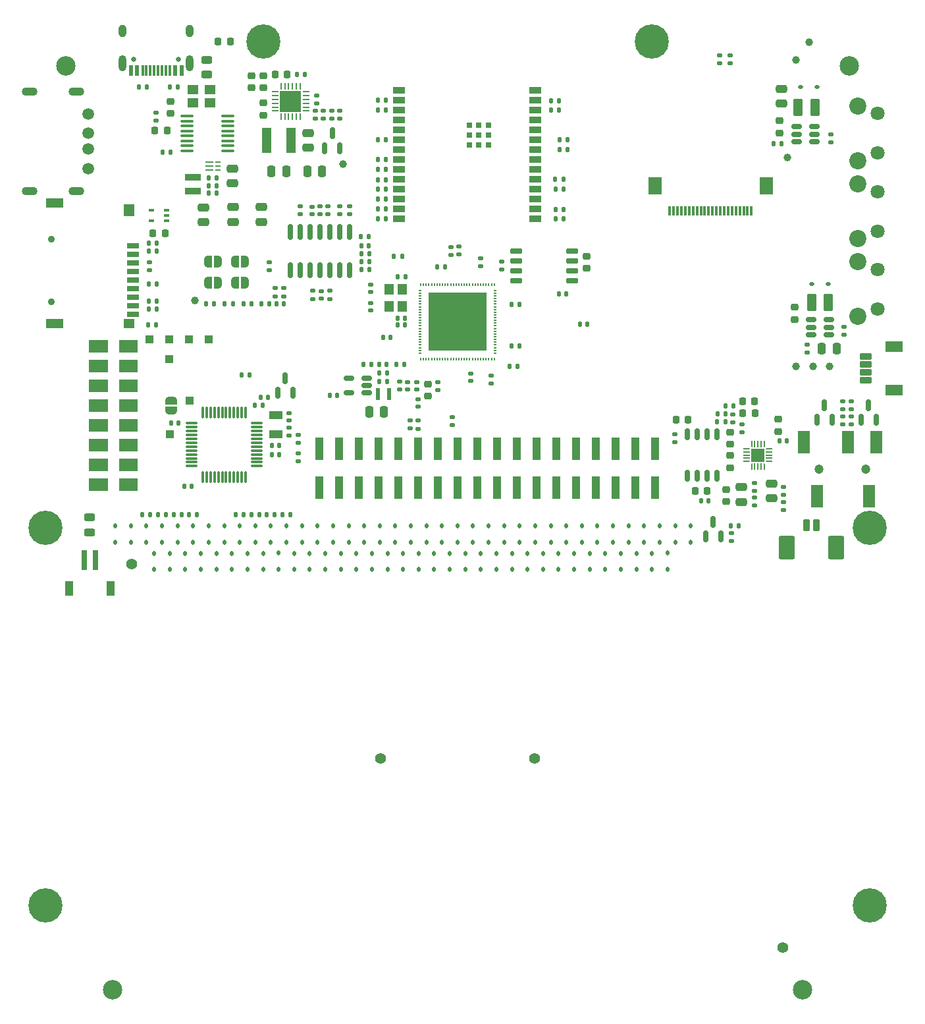
<source format=gbr>
%TF.GenerationSoftware,KiCad,Pcbnew,8.0.2*%
%TF.CreationDate,2024-05-22T21:58:48+02:00*%
%TF.ProjectId,why2025,77687932-3032-4352-9e6b-696361645f70,rev?*%
%TF.SameCoordinates,Original*%
%TF.FileFunction,Soldermask,Bot*%
%TF.FilePolarity,Negative*%
%FSLAX46Y46*%
G04 Gerber Fmt 4.6, Leading zero omitted, Abs format (unit mm)*
G04 Created by KiCad (PCBNEW 8.0.2) date 2024-05-22 21:58:48*
%MOMM*%
%LPD*%
G01*
G04 APERTURE LIST*
G04 Aperture macros list*
%AMRoundRect*
0 Rectangle with rounded corners*
0 $1 Rounding radius*
0 $2 $3 $4 $5 $6 $7 $8 $9 X,Y pos of 4 corners*
0 Add a 4 corners polygon primitive as box body*
4,1,4,$2,$3,$4,$5,$6,$7,$8,$9,$2,$3,0*
0 Add four circle primitives for the rounded corners*
1,1,$1+$1,$2,$3*
1,1,$1+$1,$4,$5*
1,1,$1+$1,$6,$7*
1,1,$1+$1,$8,$9*
0 Add four rect primitives between the rounded corners*
20,1,$1+$1,$2,$3,$4,$5,0*
20,1,$1+$1,$4,$5,$6,$7,0*
20,1,$1+$1,$6,$7,$8,$9,0*
20,1,$1+$1,$8,$9,$2,$3,0*%
%AMFreePoly0*
4,1,19,0.500000,-0.750000,0.000000,-0.750000,0.000000,-0.744911,-0.071157,-0.744911,-0.207708,-0.704816,-0.327430,-0.627875,-0.420627,-0.520320,-0.479746,-0.390866,-0.500000,-0.250000,-0.500000,0.250000,-0.479746,0.390866,-0.420627,0.520320,-0.327430,0.627875,-0.207708,0.704816,-0.071157,0.744911,0.000000,0.744911,0.000000,0.750000,0.500000,0.750000,0.500000,-0.750000,0.500000,-0.750000,
$1*%
%AMFreePoly1*
4,1,19,0.000000,0.744911,0.071157,0.744911,0.207708,0.704816,0.327430,0.627875,0.420627,0.520320,0.479746,0.390866,0.500000,0.250000,0.500000,-0.250000,0.479746,-0.390866,0.420627,-0.520320,0.327430,-0.627875,0.207708,-0.704816,0.071157,-0.744911,0.000000,-0.744911,0.000000,-0.750000,-0.500000,-0.750000,-0.500000,0.750000,0.000000,0.750000,0.000000,0.744911,0.000000,0.744911,
$1*%
%AMFreePoly2*
4,1,14,0.385355,0.085355,0.400000,0.050000,0.400000,0.000711,0.385355,-0.034644,0.334644,-0.085355,0.299289,-0.100000,-0.350000,-0.100000,-0.385355,-0.085355,-0.400000,-0.050000,-0.400000,0.050000,-0.385355,0.085355,-0.350000,0.100000,0.350000,0.100000,0.385355,0.085355,0.385355,0.085355,$1*%
%AMFreePoly3*
4,1,14,0.334644,0.085355,0.385355,0.034644,0.400000,-0.000711,0.400000,-0.050000,0.385355,-0.085355,0.350000,-0.100000,-0.350000,-0.100000,-0.385355,-0.085355,-0.400000,-0.050000,-0.400000,0.050000,-0.385355,0.085355,-0.350000,0.100000,0.299289,0.100000,0.334644,0.085355,0.334644,0.085355,$1*%
%AMFreePoly4*
4,1,14,0.085355,0.385355,0.100000,0.350000,0.100000,-0.350000,0.085355,-0.385355,0.050000,-0.400000,0.000711,-0.400000,-0.034644,-0.385355,-0.085355,-0.334644,-0.100000,-0.299289,-0.100000,0.350000,-0.085355,0.385355,-0.050000,0.400000,0.050000,0.400000,0.085355,0.385355,0.085355,0.385355,$1*%
%AMFreePoly5*
4,1,14,0.085355,0.385355,0.100000,0.350000,0.100000,-0.299289,0.085355,-0.334644,0.034644,-0.385355,-0.000711,-0.400000,-0.050000,-0.400000,-0.085355,-0.385355,-0.100000,-0.350000,-0.100000,0.350000,-0.085355,0.385355,-0.050000,0.400000,0.050000,0.400000,0.085355,0.385355,0.085355,0.385355,$1*%
%AMFreePoly6*
4,1,14,0.385355,0.085355,0.400000,0.050000,0.400000,-0.050000,0.385355,-0.085355,0.350000,-0.100000,-0.350000,-0.100000,-0.385355,-0.085355,-0.400000,-0.050000,-0.400000,-0.000711,-0.385355,0.034644,-0.334644,0.085355,-0.299289,0.100000,0.350000,0.100000,0.385355,0.085355,0.385355,0.085355,$1*%
%AMFreePoly7*
4,1,14,0.385355,0.085355,0.400000,0.050000,0.400000,-0.050000,0.385355,-0.085355,0.350000,-0.100000,-0.299289,-0.100000,-0.334644,-0.085355,-0.385355,-0.034644,-0.400000,0.000711,-0.400000,0.050000,-0.385355,0.085355,-0.350000,0.100000,0.350000,0.100000,0.385355,0.085355,0.385355,0.085355,$1*%
%AMFreePoly8*
4,1,14,0.034644,0.385355,0.085355,0.334644,0.100000,0.299289,0.100000,-0.350000,0.085355,-0.385355,0.050000,-0.400000,-0.050000,-0.400000,-0.085355,-0.385355,-0.100000,-0.350000,-0.100000,0.350000,-0.085355,0.385355,-0.050000,0.400000,-0.000711,0.400000,0.034644,0.385355,0.034644,0.385355,$1*%
%AMFreePoly9*
4,1,14,0.085355,0.385355,0.100000,0.350000,0.100000,-0.350000,0.085355,-0.385355,0.050000,-0.400000,-0.050000,-0.400000,-0.085355,-0.385355,-0.100000,-0.350000,-0.100000,0.299289,-0.085355,0.334644,-0.034644,0.385355,0.000711,0.400000,0.050000,0.400000,0.085355,0.385355,0.085355,0.385355,$1*%
G04 Aperture macros list end*
%ADD10C,0.010000*%
%ADD11R,1.000000X1.000000*%
%ADD12RoundRect,0.135000X-0.135000X-0.185000X0.135000X-0.185000X0.135000X0.185000X-0.135000X0.185000X0*%
%ADD13C,2.500000*%
%ADD14C,0.700000*%
%ADD15C,4.400000*%
%ADD16C,1.400000*%
%ADD17RoundRect,0.135000X0.185000X-0.135000X0.185000X0.135000X-0.185000X0.135000X-0.185000X-0.135000X0*%
%ADD18RoundRect,0.135000X-0.185000X0.135000X-0.185000X-0.135000X0.185000X-0.135000X0.185000X0.135000X0*%
%ADD19RoundRect,0.140000X-0.140000X-0.170000X0.140000X-0.170000X0.140000X0.170000X-0.140000X0.170000X0*%
%ADD20RoundRect,0.135000X0.135000X0.185000X-0.135000X0.185000X-0.135000X-0.185000X0.135000X-0.185000X0*%
%ADD21RoundRect,0.112500X-0.112500X0.187500X-0.112500X-0.187500X0.112500X-0.187500X0.112500X0.187500X0*%
%ADD22FreePoly0,180.000000*%
%ADD23FreePoly1,180.000000*%
%ADD24RoundRect,0.100000X0.225000X0.100000X-0.225000X0.100000X-0.225000X-0.100000X0.225000X-0.100000X0*%
%ADD25RoundRect,0.225000X-0.250000X0.225000X-0.250000X-0.225000X0.250000X-0.225000X0.250000X0.225000X0*%
%ADD26RoundRect,0.140000X0.140000X0.170000X-0.140000X0.170000X-0.140000X-0.170000X0.140000X-0.170000X0*%
%ADD27RoundRect,0.150000X0.512500X0.150000X-0.512500X0.150000X-0.512500X-0.150000X0.512500X-0.150000X0*%
%ADD28RoundRect,0.140000X0.170000X-0.140000X0.170000X0.140000X-0.170000X0.140000X-0.170000X-0.140000X0*%
%ADD29C,1.200000*%
%ADD30R,1.500000X3.000000*%
%ADD31RoundRect,0.250000X0.250000X0.475000X-0.250000X0.475000X-0.250000X-0.475000X0.250000X-0.475000X0*%
%ADD32RoundRect,0.225000X0.250000X-0.225000X0.250000X0.225000X-0.250000X0.225000X-0.250000X-0.225000X0*%
%ADD33RoundRect,0.140000X-0.170000X0.140000X-0.170000X-0.140000X0.170000X-0.140000X0.170000X0.140000X0*%
%ADD34RoundRect,0.101600X-0.674370X0.299720X-0.674370X-0.299720X0.674370X-0.299720X0.674370X0.299720X0*%
%ADD35RoundRect,0.101600X-0.999490X0.599440X-0.999490X-0.599440X0.999490X-0.599440X0.999490X0.599440X0*%
%ADD36RoundRect,0.225000X-0.225000X-0.250000X0.225000X-0.250000X0.225000X0.250000X-0.225000X0.250000X0*%
%ADD37RoundRect,0.150000X-0.150000X0.625000X-0.150000X-0.625000X0.150000X-0.625000X0.150000X0.625000X0*%
%ADD38R,1.400000X1.200000*%
%ADD39RoundRect,0.075000X0.662500X0.075000X-0.662500X0.075000X-0.662500X-0.075000X0.662500X-0.075000X0*%
%ADD40RoundRect,0.075000X0.075000X0.662500X-0.075000X0.662500X-0.075000X-0.662500X0.075000X-0.662500X0*%
%ADD41RoundRect,0.150000X0.150000X-0.587500X0.150000X0.587500X-0.150000X0.587500X-0.150000X-0.587500X0*%
%ADD42RoundRect,0.137500X-0.137500X-0.662500X0.137500X-0.662500X0.137500X0.662500X-0.137500X0.662500X0*%
%ADD43RoundRect,0.250000X-0.475000X0.250000X-0.475000X-0.250000X0.475000X-0.250000X0.475000X0.250000X0*%
%ADD44R,0.700000X2.500000*%
%ADD45R,1.100000X1.900000*%
%ADD46RoundRect,0.250000X-0.250000X-0.475000X0.250000X-0.475000X0.250000X0.475000X-0.250000X0.475000X0*%
%ADD47RoundRect,0.112500X-0.187500X-0.112500X0.187500X-0.112500X0.187500X0.112500X-0.187500X0.112500X0*%
%ADD48R,1.000000X3.000000*%
%ADD49R,1.200000X1.400000*%
%ADD50RoundRect,0.218750X-0.218750X-0.256250X0.218750X-0.256250X0.218750X0.256250X-0.218750X0.256250X0*%
%ADD51C,0.650000*%
%ADD52R,0.600000X1.450000*%
%ADD53R,0.300000X1.450000*%
%ADD54O,1.000000X1.600000*%
%ADD55O,1.000000X2.100000*%
%ADD56FreePoly0,270.000000*%
%ADD57FreePoly1,270.000000*%
%ADD58RoundRect,0.062500X-0.062500X0.350000X-0.062500X-0.350000X0.062500X-0.350000X0.062500X0.350000X0*%
%ADD59RoundRect,0.062500X-0.350000X0.062500X-0.350000X-0.062500X0.350000X-0.062500X0.350000X0.062500X0*%
%ADD60R,2.700000X2.700000*%
%ADD61C,1.800000*%
%ADD62C,2.200000*%
%ADD63RoundRect,0.250000X-0.375000X-0.850000X0.375000X-0.850000X0.375000X0.850000X-0.375000X0.850000X0*%
%ADD64RoundRect,0.243750X0.456250X-0.243750X0.456250X0.243750X-0.456250X0.243750X-0.456250X-0.243750X0*%
%ADD65C,1.000000*%
%ADD66O,0.180000X0.400000*%
%ADD67O,0.400000X0.180000*%
%ADD68R,7.500000X7.500000*%
%ADD69RoundRect,0.200000X0.200000X0.600000X-0.200000X0.600000X-0.200000X-0.600000X0.200000X-0.600000X0*%
%ADD70RoundRect,0.250001X0.799999X1.249999X-0.799999X1.249999X-0.799999X-1.249999X0.799999X-1.249999X0*%
%ADD71R,0.300000X1.300000*%
%ADD72R,1.800000X2.200000*%
%ADD73RoundRect,0.225000X0.225000X0.250000X-0.225000X0.250000X-0.225000X-0.250000X0.225000X-0.250000X0*%
%ADD74FreePoly0,0.000000*%
%ADD75FreePoly1,0.000000*%
%ADD76R,1.800000X1.000000*%
%ADD77RoundRect,0.150000X-0.650000X-0.150000X0.650000X-0.150000X0.650000X0.150000X-0.650000X0.150000X0*%
%ADD78FreePoly2,270.000000*%
%ADD79RoundRect,0.050000X-0.050000X0.350000X-0.050000X-0.350000X0.050000X-0.350000X0.050000X0.350000X0*%
%ADD80FreePoly3,270.000000*%
%ADD81FreePoly4,270.000000*%
%ADD82RoundRect,0.050000X-0.350000X0.050000X-0.350000X-0.050000X0.350000X-0.050000X0.350000X0.050000X0*%
%ADD83FreePoly5,270.000000*%
%ADD84FreePoly6,270.000000*%
%ADD85FreePoly7,270.000000*%
%ADD86FreePoly8,270.000000*%
%ADD87FreePoly9,270.000000*%
%ADD88R,1.700000X1.700000*%
%ADD89RoundRect,0.250000X0.475000X-0.250000X0.475000X0.250000X-0.475000X0.250000X-0.475000X-0.250000X0*%
%ADD90R,1.500000X0.900000*%
%ADD91R,0.800000X0.800000*%
%ADD92R,2.000000X0.950000*%
%ADD93R,1.200000X3.300000*%
%ADD94RoundRect,0.062500X-0.237500X0.062500X-0.237500X-0.062500X0.237500X-0.062500X0.237500X0.062500X0*%
%ADD95RoundRect,0.062500X-0.437500X0.062500X-0.437500X-0.062500X0.437500X-0.062500X0.437500X0.062500X0*%
%ADD96RoundRect,0.100000X0.712500X0.100000X-0.712500X0.100000X-0.712500X-0.100000X0.712500X-0.100000X0*%
%ADD97C,0.900000*%
%ADD98R,1.600000X0.700000*%
%ADD99R,2.200000X1.200000*%
%ADD100R,1.400000X1.600000*%
%ADD101RoundRect,0.150000X-0.150000X0.825000X-0.150000X-0.825000X0.150000X-0.825000X0.150000X0.825000X0*%
%ADD102C,1.500000*%
%ADD103O,2.000000X1.100000*%
G04 APERTURE END LIST*
D10*
%TO.C,J5*%
X-45002000Y21129020D02*
X-47444010Y21129020D01*
X-47444010Y22651010D01*
X-45002000Y22651010D01*
X-45002000Y21129020D01*
G36*
X-45002000Y21129020D02*
G01*
X-47444010Y21129020D01*
X-47444010Y22651010D01*
X-45002000Y22651010D01*
X-45002000Y21129020D01*
G37*
X-45002000Y18589020D02*
X-47444010Y18589020D01*
X-47444010Y20111010D01*
X-45002000Y20111010D01*
X-45002000Y18589020D01*
G36*
X-45002000Y18589020D02*
G01*
X-47444010Y18589020D01*
X-47444010Y20111010D01*
X-45002000Y20111010D01*
X-45002000Y18589020D01*
G37*
X-45002000Y16049020D02*
X-47444010Y16049020D01*
X-47444010Y17571010D01*
X-45002000Y17571010D01*
X-45002000Y16049020D01*
G36*
X-45002000Y16049020D02*
G01*
X-47444010Y16049020D01*
X-47444010Y17571010D01*
X-45002000Y17571010D01*
X-45002000Y16049020D01*
G37*
X-45002000Y13509016D02*
X-47444010Y13509016D01*
X-47444010Y15031010D01*
X-45002000Y15031010D01*
X-45002000Y13509016D01*
G36*
X-45002000Y13509016D02*
G01*
X-47444010Y13509016D01*
X-47444010Y15031010D01*
X-45002000Y15031010D01*
X-45002000Y13509016D01*
G37*
X-45002000Y10969020D02*
X-47444010Y10969020D01*
X-47444010Y12491009D01*
X-45002000Y12491009D01*
X-45002000Y10969020D01*
G36*
X-45002000Y10969020D02*
G01*
X-47444010Y10969020D01*
X-47444010Y12491009D01*
X-45002000Y12491009D01*
X-45002000Y10969020D01*
G37*
X-45002000Y8429020D02*
X-47444010Y8429020D01*
X-47444010Y9951010D01*
X-45002000Y9951010D01*
X-45002000Y8429020D01*
G36*
X-45002000Y8429020D02*
G01*
X-47444010Y8429020D01*
X-47444010Y9951010D01*
X-45002000Y9951010D01*
X-45002000Y8429020D01*
G37*
X-45002000Y5889020D02*
X-47444010Y5889020D01*
X-47444010Y7411010D01*
X-45002000Y7411010D01*
X-45002000Y5889020D01*
G36*
X-45002000Y5889020D02*
G01*
X-47444010Y5889020D01*
X-47444010Y7411010D01*
X-45002000Y7411010D01*
X-45002000Y5889020D01*
G37*
X-45002000Y3349020D02*
X-47444010Y3349020D01*
X-47444010Y4871010D01*
X-45002000Y4871010D01*
X-45002000Y3349020D01*
G36*
X-45002000Y3349020D02*
G01*
X-47444010Y3349020D01*
X-47444010Y4871010D01*
X-45002000Y4871010D01*
X-45002000Y3349020D01*
G37*
X-41191000Y21129020D02*
X-43532990Y21129020D01*
X-43532990Y22651010D01*
X-41191000Y22651010D01*
X-41191000Y21129020D01*
G36*
X-41191000Y21129020D02*
G01*
X-43532990Y21129020D01*
X-43532990Y22651010D01*
X-41191000Y22651010D01*
X-41191000Y21129020D01*
G37*
X-41191000Y18589020D02*
X-43532990Y18589020D01*
X-43532990Y20111010D01*
X-41191000Y20111010D01*
X-41191000Y18589020D01*
G36*
X-41191000Y18589020D02*
G01*
X-43532990Y18589020D01*
X-43532990Y20111010D01*
X-41191000Y20111010D01*
X-41191000Y18589020D01*
G37*
X-41191000Y16049020D02*
X-43532990Y16049020D01*
X-43532990Y17571010D01*
X-41191000Y17571010D01*
X-41191000Y16049020D01*
G36*
X-41191000Y16049020D02*
G01*
X-43532990Y16049020D01*
X-43532990Y17571010D01*
X-41191000Y17571010D01*
X-41191000Y16049020D01*
G37*
X-41191000Y13509016D02*
X-43532990Y13509016D01*
X-43532990Y15031010D01*
X-41191000Y15031010D01*
X-41191000Y13509016D01*
G36*
X-41191000Y13509016D02*
G01*
X-43532990Y13509016D01*
X-43532990Y15031010D01*
X-41191000Y15031010D01*
X-41191000Y13509016D01*
G37*
X-41191000Y10969020D02*
X-43532990Y10969020D01*
X-43532990Y12491009D01*
X-41191000Y12491009D01*
X-41191000Y10969020D01*
G36*
X-41191000Y10969020D02*
G01*
X-43532990Y10969020D01*
X-43532990Y12491009D01*
X-41191000Y12491009D01*
X-41191000Y10969020D01*
G37*
X-41191000Y8429020D02*
X-43532990Y8429020D01*
X-43532990Y9951010D01*
X-41191000Y9951010D01*
X-41191000Y8429020D01*
G36*
X-41191000Y8429020D02*
G01*
X-43532990Y8429020D01*
X-43532990Y9951010D01*
X-41191000Y9951010D01*
X-41191000Y8429020D01*
G37*
X-41191000Y5889020D02*
X-43532990Y5889020D01*
X-43532990Y7411010D01*
X-41191000Y7411010D01*
X-41191000Y5889020D01*
G36*
X-41191000Y5889020D02*
G01*
X-43532990Y5889020D01*
X-43532990Y7411010D01*
X-41191000Y7411010D01*
X-41191000Y5889020D01*
G37*
X-41191000Y3349020D02*
X-43532990Y3349020D01*
X-43532990Y4871010D01*
X-41191000Y4871010D01*
X-41191000Y3349020D01*
G36*
X-41191000Y3349020D02*
G01*
X-43532990Y3349020D01*
X-43532990Y4871010D01*
X-41191000Y4871010D01*
X-41191000Y3349020D01*
G37*
%TD*%
D11*
%TO.C,TP15*%
X-34490000Y14900000D03*
%TD*%
%TO.C,TP10*%
X-36970000Y10510000D03*
%TD*%
%TO.C,TP8*%
X-37110000Y20200000D03*
%TD*%
%TO.C,TP6*%
X-32030000Y22740000D03*
%TD*%
%TO.C,TP5*%
X-39650000Y22740000D03*
%TD*%
%TO.C,TP4*%
X-37110000Y22740000D03*
%TD*%
%TO.C,TP3*%
X-34570000Y22740000D03*
%TD*%
D12*
%TO.C,R32*%
X-39770000Y24570000D03*
X-38750000Y24570000D03*
%TD*%
D13*
%TO.C,H1*%
X-50350000Y57850000D03*
%TD*%
D14*
%TO.C,H8*%
X51350000Y-1500000D03*
X51833274Y-333274D03*
X51833274Y-2666726D03*
X53000000Y150000D03*
D15*
X53000000Y-1500000D03*
D14*
X53000000Y-3150000D03*
X54166726Y-333274D03*
X54166726Y-2666726D03*
X54650000Y-1500000D03*
%TD*%
%TO.C,H9*%
X-54650000Y-50000000D03*
X-54166726Y-48833274D03*
X-54166726Y-51166726D03*
X-53000000Y-48350000D03*
D15*
X-53000000Y-50000000D03*
D14*
X-53000000Y-51650000D03*
X-51833274Y-48833274D03*
X-51833274Y-51166726D03*
X-51350000Y-50000000D03*
%TD*%
%TO.C,H7*%
X-54650000Y-1500000D03*
X-54166726Y-333274D03*
X-54166726Y-2666726D03*
X-53000000Y150000D03*
D15*
X-53000000Y-1500000D03*
D14*
X-53000000Y-3150000D03*
X-51833274Y-333274D03*
X-51833274Y-2666726D03*
X-51350000Y-1500000D03*
%TD*%
D13*
%TO.C,H2*%
X50350000Y57850000D03*
%TD*%
%TO.C,H4*%
X44350000Y-60850000D03*
%TD*%
D16*
%TO.C,U2*%
X-41874996Y-6150002D03*
X-9875000Y-31140000D03*
X9925000Y-31140000D03*
X41875000Y-55450000D03*
%TD*%
D13*
%TO.C,H3*%
X-44350000Y-60850000D03*
%TD*%
D14*
%TO.C,H6*%
X23350000Y61000000D03*
X23833274Y62166726D03*
X23833274Y59833274D03*
X25000000Y62650000D03*
D15*
X25000000Y61000000D03*
D14*
X25000000Y59350000D03*
X26166726Y62166726D03*
X26166726Y59833274D03*
X26650000Y61000000D03*
%TD*%
%TO.C,H10*%
X51350000Y-50000000D03*
X51833274Y-48833274D03*
X51833274Y-51166726D03*
X53000000Y-48350000D03*
D15*
X53000000Y-50000000D03*
D14*
X53000000Y-51650000D03*
X54166726Y-48833274D03*
X54166726Y-51166726D03*
X54650000Y-50000000D03*
%TD*%
%TO.C,H5*%
X-26650000Y61000000D03*
X-26166726Y62166726D03*
X-26166726Y59833274D03*
X-25000000Y62650000D03*
D15*
X-25000000Y61000000D03*
D14*
X-25000000Y59350000D03*
X-23833274Y62166726D03*
X-23833274Y59833274D03*
X-23350000Y61000000D03*
%TD*%
D17*
%TO.C,R22*%
X-17280000Y51135001D03*
X-17280000Y52154999D03*
%TD*%
D18*
%TO.C,R87*%
X-22300000Y29300000D03*
X-22300000Y28280002D03*
%TD*%
D19*
%TO.C,C51*%
X6730000Y19260000D03*
X7690000Y19260000D03*
%TD*%
D20*
%TO.C,R58*%
X-38690000Y26650000D03*
X-39710000Y26650000D03*
%TD*%
D21*
%TO.C,D22*%
X-23000000Y-4700000D03*
X-23000000Y-6800000D03*
%TD*%
D18*
%TO.C,R21*%
X-18280000Y52154999D03*
X-18280000Y51135001D03*
%TD*%
D17*
%TO.C,R81*%
X-24200000Y31590001D03*
X-24200000Y32609999D03*
%TD*%
D22*
%TO.C,JP3*%
X-30800000Y30000000D03*
D23*
X-32099998Y30000000D03*
%TD*%
D20*
%TO.C,R59*%
X-38690000Y27650000D03*
X-39710000Y27650000D03*
%TD*%
D24*
%TO.C,U20*%
X-37450000Y39300000D03*
X-37450000Y38650000D03*
X-37450000Y38000000D03*
X-39350000Y38000000D03*
X-39350000Y39300000D03*
%TD*%
D25*
%TO.C,C62*%
X35080000Y7805000D03*
X35080000Y6255000D03*
%TD*%
D20*
%TO.C,R39*%
X-11060001Y19490000D03*
X-12079999Y19490000D03*
%TD*%
D21*
%TO.C,D36*%
X-5000000Y-4750000D03*
X-5000000Y-6850000D03*
%TD*%
D26*
%TO.C,C55*%
X-1630000Y32040000D03*
X-2590000Y32040000D03*
%TD*%
D12*
%TO.C,R52*%
X6960000Y27230000D03*
X7980000Y27230000D03*
%TD*%
%TO.C,R26*%
X12590000Y42020000D03*
X13610000Y42020000D03*
%TD*%
D21*
%TO.C,D39*%
X5000000Y-4750000D03*
X5000000Y-6850000D03*
%TD*%
D27*
%TO.C,U3*%
X-11700000Y17750000D03*
X-11700000Y16800000D03*
X-11700000Y15850000D03*
X-13975000Y15850000D03*
X-13975000Y17750000D03*
%TD*%
D22*
%TO.C,JP2*%
X-30799999Y32700000D03*
D23*
X-32099999Y32700000D03*
%TD*%
D21*
%TO.C,D66*%
X21000000Y-4750000D03*
X21000000Y-6850000D03*
%TD*%
%TO.C,D60*%
X13000000Y-4750000D03*
X13000000Y-6850000D03*
%TD*%
D20*
%TO.C,R56*%
X-38690000Y34075000D03*
X-39710000Y34075000D03*
%TD*%
D28*
%TO.C,C6*%
X-38790000Y50880000D03*
X-38790000Y51840000D03*
%TD*%
D17*
%TO.C,R50*%
X33700000Y58190001D03*
X33700000Y59209999D03*
%TD*%
%TO.C,R92*%
X-20240000Y38790001D03*
X-20240000Y39809999D03*
%TD*%
D21*
%TO.C,D2*%
X-40000000Y-1250000D03*
X-40000000Y-3350000D03*
%TD*%
D26*
%TO.C,C2*%
X-24380000Y15300000D03*
X-25340000Y15300000D03*
%TD*%
D29*
%TO.C,J4*%
X46517500Y6050000D03*
X52517500Y6050000D03*
D30*
X46217500Y2550000D03*
X52917500Y2550000D03*
X53817500Y9550000D03*
X50217500Y9550000D03*
X44517500Y9550000D03*
%TD*%
D21*
%TO.C,D43*%
X-7000000Y-4750000D03*
X-7000000Y-6850000D03*
%TD*%
D20*
%TO.C,R17*%
X13610000Y38200000D03*
X12590000Y38200000D03*
%TD*%
D21*
%TO.C,D21*%
X-21000000Y-4750000D03*
X-21000000Y-6850000D03*
%TD*%
D12*
%TO.C,R15*%
X13150000Y48350000D03*
X14170000Y48350000D03*
%TD*%
D21*
%TO.C,D45*%
X9000000Y-4750000D03*
X9000000Y-6850000D03*
%TD*%
D17*
%TO.C,R76*%
X35420000Y12070000D03*
X35420000Y13090000D03*
%TD*%
D21*
%TO.C,D11*%
X-32000000Y-1250000D03*
X-32000000Y-3350000D03*
%TD*%
D26*
%TO.C,C57*%
X-6730000Y25480000D03*
X-7690000Y25480000D03*
%TD*%
D21*
%TO.C,D31*%
X-10000000Y-1250000D03*
X-10000000Y-3350000D03*
%TD*%
D31*
%TO.C,C13*%
X-22010000Y44325000D03*
X-23910000Y44325000D03*
%TD*%
D20*
%TO.C,R18*%
X13610000Y39450000D03*
X12590000Y39450000D03*
%TD*%
%TO.C,R7*%
X-27480000Y200000D03*
X-28500000Y200000D03*
%TD*%
D17*
%TO.C,R88*%
X-15156000Y38790001D03*
X-15156000Y39809999D03*
%TD*%
%TO.C,R95*%
X-17708000Y38790001D03*
X-17708000Y39809999D03*
%TD*%
D12*
%TO.C,R40*%
X-10100000Y18400000D03*
X-9080002Y18400000D03*
%TD*%
D32*
%TO.C,C11*%
X-24960000Y51550000D03*
X-24960000Y53100000D03*
%TD*%
D18*
%TO.C,R29*%
X-20450000Y10490000D03*
X-20450000Y9470002D03*
%TD*%
D33*
%TO.C,C22*%
X-21660000Y13250000D03*
X-21660000Y12290000D03*
%TD*%
D21*
%TO.C,D51*%
X-2000000Y-1250000D03*
X-2000000Y-3350000D03*
%TD*%
%TO.C,D67*%
X23000000Y-4750000D03*
X23000000Y-6850000D03*
%TD*%
D34*
%TO.C,J10*%
X52500000Y20498600D03*
X52500000Y19497840D03*
X52500000Y18502160D03*
X52500000Y17501400D03*
D35*
X56172840Y21799080D03*
X56172840Y16200920D03*
%TD*%
D36*
%TO.C,C30*%
X-39150000Y36400000D03*
X-37600000Y36400000D03*
%TD*%
D37*
%TO.C,U16*%
X29565000Y10555000D03*
X30835000Y10555000D03*
X32105000Y10555000D03*
X33375000Y10555000D03*
X33375000Y5205000D03*
X32105000Y5205000D03*
X30835000Y5205000D03*
X29565000Y5205000D03*
%TD*%
D38*
%TO.C,Y1*%
X-34050000Y54800000D03*
X-31850000Y54800000D03*
X-31850000Y53100000D03*
X-34050000Y53100000D03*
%TD*%
D39*
%TO.C,U1*%
X-25837500Y11950000D03*
X-25837500Y11450000D03*
X-25837500Y10950000D03*
X-25837500Y10450000D03*
X-25837500Y9950000D03*
X-25837500Y9450000D03*
X-25837500Y8950000D03*
X-25837500Y8450000D03*
X-25837500Y7950000D03*
X-25837500Y7450000D03*
X-25837500Y6950000D03*
X-25837500Y6450000D03*
D40*
X-27250000Y5037500D03*
X-27750000Y5037500D03*
X-28250000Y5037500D03*
X-28750000Y5037500D03*
X-29250000Y5037500D03*
X-29750000Y5037500D03*
X-30250000Y5037500D03*
X-30750000Y5037500D03*
X-31250000Y5037500D03*
X-31750000Y5037500D03*
X-32250000Y5037500D03*
X-32750000Y5037500D03*
D39*
X-34162500Y6450000D03*
X-34162500Y6950000D03*
X-34162500Y7450000D03*
X-34162500Y7950000D03*
X-34162500Y8450000D03*
X-34162500Y8950000D03*
X-34162500Y9450000D03*
X-34162500Y9950000D03*
X-34162500Y10450000D03*
X-34162500Y10950000D03*
X-34162500Y11450000D03*
X-34162500Y11950000D03*
D40*
X-32750000Y13362500D03*
X-32250000Y13362500D03*
X-31750000Y13362500D03*
X-31250000Y13362500D03*
X-30750000Y13362500D03*
X-30250000Y13362500D03*
X-29750000Y13362500D03*
X-29250000Y13362500D03*
X-28750000Y13362500D03*
X-28250000Y13362500D03*
X-27750000Y13362500D03*
X-27250000Y13362500D03*
%TD*%
D21*
%TO.C,D40*%
X2000000Y-1250000D03*
X2000000Y-3350000D03*
%TD*%
D18*
%TO.C,R100*%
X35250000Y-2140000D03*
X35250000Y-3160000D03*
%TD*%
D25*
%TO.C,C67*%
X34520000Y3435000D03*
X34520000Y1885000D03*
%TD*%
D21*
%TO.C,D35*%
X-6000000Y-1250000D03*
X-6000000Y-3350000D03*
%TD*%
%TO.C,D30*%
X-11000000Y-4750000D03*
X-11000000Y-6850000D03*
%TD*%
D41*
%TO.C,Q3*%
X53822501Y12392500D03*
X51922501Y12392500D03*
X52872501Y14267501D03*
%TD*%
D17*
%TO.C,R31*%
X-16160000Y51135001D03*
X-16160000Y52154999D03*
%TD*%
D42*
%TO.C,L1*%
X-8775000Y15700000D03*
X-10225000Y15700000D03*
%TD*%
D33*
%TO.C,C38*%
X-2540000Y17190000D03*
X-2540000Y16230000D03*
%TD*%
D21*
%TO.C,D34*%
X-4000000Y-1250000D03*
X-4000000Y-3350000D03*
%TD*%
%TO.C,D18*%
X-31000000Y-4750000D03*
X-31000000Y-6850000D03*
%TD*%
%TO.C,D63*%
X16000000Y-1250000D03*
X16000000Y-3350000D03*
%TD*%
D12*
%TO.C,R77*%
X34480000Y14170000D03*
X35500000Y14170000D03*
%TD*%
%TO.C,R19*%
X-20669999Y56775000D03*
X-19650001Y56775000D03*
%TD*%
D18*
%TO.C,R74*%
X49570000Y12849999D03*
X49570000Y11830001D03*
%TD*%
%TO.C,R96*%
X-16640000Y39819999D03*
X-16640000Y38800001D03*
%TD*%
D21*
%TO.C,D64*%
X20000000Y-1250000D03*
X20000000Y-3350000D03*
%TD*%
D19*
%TO.C,C23*%
X-23860000Y9080000D03*
X-22900000Y9080000D03*
%TD*%
D43*
%TO.C,C17*%
X-32700000Y39665001D03*
X-32700000Y37765001D03*
%TD*%
D21*
%TO.C,D12*%
X-36000000Y-1250000D03*
X-36000000Y-3350000D03*
%TD*%
D33*
%TO.C,C71*%
X38200000Y4260000D03*
X38200000Y3300000D03*
%TD*%
D26*
%TO.C,C24*%
X-9140000Y19500000D03*
X-10100000Y19500000D03*
%TD*%
D32*
%TO.C,C63*%
X41280000Y10915000D03*
X41280000Y12465000D03*
%TD*%
D26*
%TO.C,C3*%
X-34180000Y3840000D03*
X-35140000Y3840000D03*
%TD*%
D20*
%TO.C,R83*%
X-11340001Y32690000D03*
X-12359999Y32690000D03*
%TD*%
D17*
%TO.C,R20*%
X-18070000Y53060001D03*
X-18070000Y54079999D03*
%TD*%
D20*
%TO.C,R57*%
X-38690000Y35075000D03*
X-39710000Y35075000D03*
%TD*%
D44*
%TO.C,J13*%
X-46525000Y-5650000D03*
X-48025000Y-5650000D03*
D45*
X-44575000Y-9250000D03*
X-49975000Y-9250000D03*
%TD*%
D21*
%TO.C,D24*%
X-24000000Y-1250000D03*
X-24000000Y-3350000D03*
%TD*%
D27*
%TO.C,U11*%
X47787499Y25235000D03*
X47787499Y24285000D03*
X47787499Y23335000D03*
X45512499Y23335000D03*
X45512499Y24285000D03*
X45512499Y25235000D03*
%TD*%
D17*
%TO.C,R25*%
X-650000Y11700000D03*
X-650000Y12720000D03*
%TD*%
D43*
%TO.C,C19*%
X-25200000Y39725001D03*
X-25200000Y37825001D03*
%TD*%
D21*
%TO.C,D42*%
X1000000Y-4750000D03*
X1000000Y-6850000D03*
%TD*%
D46*
%TO.C,C31*%
X46860000Y21530000D03*
X48760000Y21530000D03*
%TD*%
D21*
%TO.C,D59*%
X12000000Y-1250000D03*
X12000000Y-3350000D03*
%TD*%
D36*
%TO.C,C60*%
X36685000Y14750000D03*
X38235000Y14750000D03*
%TD*%
D20*
%TO.C,R4*%
X-21490000Y200000D03*
X-22510000Y200000D03*
%TD*%
D12*
%TO.C,R49*%
X-10250000Y53440000D03*
X-9230000Y53440000D03*
%TD*%
D47*
%TO.C,D83*%
X45537499Y29820000D03*
X47637499Y29820000D03*
%TD*%
D48*
%TO.C,J6*%
X-17780000Y3680000D03*
X-17780000Y8720000D03*
X-15240000Y3680000D03*
X-15240000Y8720000D03*
X-12700000Y3680000D03*
X-12700000Y8720000D03*
X-10160000Y3680000D03*
X-10160000Y8720000D03*
X-7620000Y3680000D03*
X-7620000Y8720000D03*
X-5080000Y3680000D03*
X-5080000Y8720000D03*
X-2540000Y3680000D03*
X-2540000Y8720000D03*
X0Y3680000D03*
X0Y8720000D03*
X2540000Y3680000D03*
X2540000Y8720000D03*
X5080000Y3680000D03*
X5080000Y8720000D03*
X7620000Y3680000D03*
X7620000Y8720000D03*
X10160000Y3680000D03*
X10160000Y8720000D03*
X12700000Y3680000D03*
X12700000Y8720000D03*
X15240000Y3680000D03*
X15240000Y8720000D03*
X17780000Y3680000D03*
X17780000Y8720000D03*
X20320000Y3680000D03*
X20320000Y8720000D03*
X22860000Y3680000D03*
X22860000Y8720000D03*
X25400000Y3680000D03*
X25400000Y8720000D03*
%TD*%
D49*
%TO.C,Y3*%
X-7133000Y29207000D03*
X-7133000Y27007000D03*
X-8833000Y27007000D03*
X-8833000Y29207000D03*
%TD*%
D12*
%TO.C,R36*%
X-10250000Y44550000D03*
X-9230000Y44550000D03*
%TD*%
D21*
%TO.C,D47*%
X3000000Y-4750000D03*
X3000000Y-6850000D03*
%TD*%
D33*
%TO.C,C27*%
X-7400000Y17280000D03*
X-7400000Y16320000D03*
%TD*%
D21*
%TO.C,D23*%
X-20000000Y-1250000D03*
X-20000000Y-3350000D03*
%TD*%
D50*
%TO.C,D82*%
X-30787500Y61000000D03*
X-29212500Y61000000D03*
%TD*%
D20*
%TO.C,R46*%
X-9230000Y48360000D03*
X-10250000Y48360000D03*
%TD*%
D21*
%TO.C,D33*%
X-18000000Y-1250000D03*
X-18000000Y-3350000D03*
%TD*%
D33*
%TO.C,C40*%
X-5200000Y17250000D03*
X-5200000Y16290000D03*
%TD*%
D21*
%TO.C,D68*%
X25000000Y-4750000D03*
X25000000Y-6850000D03*
%TD*%
D18*
%TO.C,R84*%
X-16430000Y28959999D03*
X-16430000Y27940001D03*
%TD*%
D51*
%TO.C,J1*%
X-41640000Y58720000D03*
X-35860000Y58720000D03*
D52*
X-42000000Y57275000D03*
X-41200000Y57275000D03*
D53*
X-40000000Y57275000D03*
X-39000000Y57275000D03*
X-38500000Y57275000D03*
X-37500000Y57275000D03*
D52*
X-36300000Y57275000D03*
X-35500000Y57275000D03*
X-35500000Y57275000D03*
X-36300000Y57275000D03*
D53*
X-37000000Y57275000D03*
X-38000000Y57275000D03*
X-39500000Y57275000D03*
X-40500000Y57275000D03*
D52*
X-41200000Y57275000D03*
X-42000000Y57275000D03*
D54*
X-43070000Y62370000D03*
D55*
X-43070000Y58190000D03*
D54*
X-34430000Y62370000D03*
D55*
X-34430000Y58190000D03*
%TD*%
D56*
%TO.C,JP1*%
X-36790000Y14900000D03*
D57*
X-36790000Y13600000D03*
%TD*%
D12*
%TO.C,R11*%
X-37920000Y46760000D03*
X-36900000Y46760000D03*
%TD*%
D33*
%TO.C,C56*%
X1670000Y18330000D03*
X1670000Y17370000D03*
%TD*%
D21*
%TO.C,D13*%
X-25000000Y-4750000D03*
X-25000000Y-6850000D03*
%TD*%
%TO.C,D49*%
X-1000000Y-4750000D03*
X-1000000Y-6850000D03*
%TD*%
D12*
%TO.C,R97*%
X-27509999Y27300000D03*
X-26490001Y27300000D03*
%TD*%
D20*
%TO.C,R43*%
X-7140000Y33400000D03*
X-8160000Y33400000D03*
%TD*%
D17*
%TO.C,R47*%
X44984999Y21050001D03*
X44984999Y22069999D03*
%TD*%
D12*
%TO.C,R91*%
X-29919998Y27300000D03*
X-28900000Y27300000D03*
%TD*%
D17*
%TO.C,R72*%
X50620000Y11810000D03*
X50620000Y12830000D03*
%TD*%
D20*
%TO.C,R3*%
X-25480000Y200000D03*
X-26500000Y200000D03*
%TD*%
D12*
%TO.C,R33*%
X-10250000Y40740000D03*
X-9230000Y40740000D03*
%TD*%
D25*
%TO.C,C39*%
X-3800000Y16975000D03*
X-3800000Y15425000D03*
%TD*%
D58*
%TO.C,U6*%
X-22710000Y55287500D03*
X-22210000Y55287500D03*
X-21710000Y55287500D03*
X-21210000Y55287500D03*
X-20710000Y55287500D03*
X-20210000Y55287500D03*
D59*
X-19497500Y54575000D03*
X-19497500Y54075000D03*
X-19497500Y53575000D03*
X-19497500Y53075000D03*
X-19497500Y52575000D03*
X-19497500Y52075000D03*
D58*
X-20210000Y51362500D03*
X-20710000Y51362500D03*
X-21210000Y51362500D03*
X-21710000Y51362500D03*
X-22210000Y51362500D03*
X-22710000Y51362500D03*
D59*
X-23422500Y52075000D03*
X-23422500Y52575000D03*
X-23422500Y53075000D03*
X-23422500Y53575000D03*
X-23422500Y54075000D03*
X-23422500Y54575000D03*
D60*
X-21460000Y53325000D03*
%TD*%
D41*
%TO.C,Q2*%
X33850000Y-2600000D03*
X31950000Y-2600000D03*
X32900000Y-725000D03*
%TD*%
D43*
%TO.C,C15*%
X-19210000Y49275000D03*
X-19210000Y47375000D03*
%TD*%
D21*
%TO.C,D27*%
X-14000000Y-1250000D03*
X-14000000Y-3350000D03*
%TD*%
D12*
%TO.C,R94*%
X-12399999Y35950000D03*
X-11380001Y35950000D03*
%TD*%
D18*
%TO.C,R67*%
X41880000Y3780000D03*
X41880000Y2760000D03*
%TD*%
D32*
%TO.C,C20*%
X-24960000Y55050000D03*
X-24960000Y56600000D03*
%TD*%
D12*
%TO.C,R30*%
X-10250000Y39470000D03*
X-9230000Y39470000D03*
%TD*%
D21*
%TO.C,D41*%
X4000000Y-1250000D03*
X4000000Y-3350000D03*
%TD*%
D17*
%TO.C,R71*%
X49580000Y13770001D03*
X49580000Y14789999D03*
%TD*%
D26*
%TO.C,C37*%
X-15480000Y15570000D03*
X-16440000Y15570000D03*
%TD*%
D33*
%TO.C,C29*%
X-17530000Y28950000D03*
X-17530000Y27990000D03*
%TD*%
D21*
%TO.C,D17*%
X-26000000Y-1250000D03*
X-26000000Y-3350000D03*
%TD*%
D33*
%TO.C,C43*%
X-6400000Y17270000D03*
X-6400000Y16310000D03*
%TD*%
D61*
%TO.C,SW3*%
X54020000Y31740000D03*
X54020000Y26660000D03*
D62*
X51480000Y25700000D03*
X51480000Y32700000D03*
%TD*%
D63*
%TO.C,L4*%
X43805000Y52551249D03*
X45955000Y52551249D03*
%TD*%
D32*
%TO.C,C32*%
X43380000Y25295000D03*
X43380000Y26845000D03*
%TD*%
D28*
%TO.C,C21*%
X-21670000Y10400000D03*
X-21670000Y11360000D03*
%TD*%
D21*
%TO.C,D70*%
X27000000Y-4700000D03*
X27000000Y-6800000D03*
%TD*%
D41*
%TO.C,Q1*%
X-15160000Y47319999D03*
X-17060000Y47319999D03*
X-16110000Y49195000D03*
%TD*%
D21*
%TO.C,D10*%
X-35000000Y-4750000D03*
X-35000000Y-6850000D03*
%TD*%
D17*
%TO.C,R68*%
X41890000Y830000D03*
X41890000Y1850000D03*
%TD*%
D18*
%TO.C,R89*%
X-13880000Y39809999D03*
X-13880000Y38790001D03*
%TD*%
D17*
%TO.C,R75*%
X27950000Y9560001D03*
X27950000Y10579999D03*
%TD*%
D12*
%TO.C,R35*%
X-10250000Y43260000D03*
X-9230000Y43260000D03*
%TD*%
D21*
%TO.C,D8*%
X-34000000Y-1250000D03*
X-34000000Y-3350000D03*
%TD*%
%TO.C,D38*%
X-13000000Y-4750000D03*
X-13000000Y-6850000D03*
%TD*%
%TO.C,D7*%
X-30000000Y-1250000D03*
X-30000000Y-3350000D03*
%TD*%
D19*
%TO.C,C75*%
X-12330000Y31680000D03*
X-11370000Y31680000D03*
%TD*%
D64*
%TO.C,F2*%
X-47300000Y-2037500D03*
X-47300000Y-162500D03*
%TD*%
D65*
%TO.C,TP1*%
X43550000Y19230000D03*
%TD*%
D12*
%TO.C,R9*%
X-41010000Y55200000D03*
X-39990000Y55200000D03*
%TD*%
%TO.C,R24*%
X-32000000Y43440000D03*
X-30980000Y43440000D03*
%TD*%
D65*
%TO.C,TP13*%
X45700000Y19230000D03*
%TD*%
D36*
%TO.C,C9*%
X-23435000Y56790000D03*
X-21885000Y56790000D03*
%TD*%
D21*
%TO.C,D4*%
X-42000000Y-1250000D03*
X-42000000Y-3350000D03*
%TD*%
D65*
%TO.C,TP11*%
X43520000Y58640000D03*
%TD*%
D21*
%TO.C,D28*%
X-17000000Y-4750000D03*
X-17000000Y-6850000D03*
%TD*%
D43*
%TO.C,C66*%
X40370000Y4200000D03*
X40370000Y2300000D03*
%TD*%
D33*
%TO.C,C35*%
X4310000Y18040000D03*
X4310000Y17080000D03*
%TD*%
D27*
%TO.C,U12*%
X45880000Y50051249D03*
X45880000Y49101250D03*
X45880000Y48151251D03*
X43605000Y48151251D03*
X43605000Y49101250D03*
X43605000Y50051249D03*
%TD*%
D41*
%TO.C,U15*%
X-21190000Y15842500D03*
X-23090000Y15842500D03*
X-22140000Y17717500D03*
%TD*%
D66*
%TO.C,U8*%
X-4725000Y29800000D03*
X-4375000Y29800000D03*
X-4025000Y29800000D03*
X-3675000Y29800000D03*
X-3325000Y29800000D03*
X-2975000Y29800000D03*
X-2625000Y29800000D03*
X-2275000Y29800000D03*
X-1925000Y29800000D03*
X-1575000Y29800000D03*
X-1225000Y29800000D03*
X-875000Y29800000D03*
X-525000Y29800000D03*
X-175000Y29800000D03*
X175000Y29800000D03*
X525000Y29800000D03*
X875000Y29800000D03*
X1225000Y29800000D03*
X1575000Y29800000D03*
X1925000Y29800000D03*
X2275000Y29800000D03*
X2625000Y29800000D03*
X2975000Y29800000D03*
X3325000Y29800000D03*
X3675000Y29800000D03*
X4025000Y29800000D03*
X4375000Y29800000D03*
X4725000Y29800000D03*
D67*
X4800000Y29025000D03*
X4800000Y28675000D03*
X4800000Y28325000D03*
X4800000Y27975000D03*
X4800000Y27625000D03*
X4800000Y27275000D03*
X4800000Y26925000D03*
X4800000Y26575000D03*
X4800000Y26225000D03*
X4800000Y25875000D03*
X4800000Y25525000D03*
X4800000Y25175000D03*
X4800000Y24825000D03*
X4800000Y24475000D03*
X4800000Y24125000D03*
X4800000Y23775000D03*
X4800000Y23425000D03*
X4800000Y23075000D03*
X4800000Y22725000D03*
X4800000Y22375000D03*
X4800000Y22025000D03*
X4800000Y21675000D03*
X4800000Y21325000D03*
X4800000Y20975000D03*
D66*
X4725000Y20200000D03*
X4375000Y20200000D03*
X4025000Y20200000D03*
X3675000Y20200000D03*
X3325000Y20200000D03*
X2975000Y20200000D03*
X2625000Y20200000D03*
X2275000Y20200000D03*
X1925000Y20200000D03*
X1575000Y20200000D03*
X1225000Y20200000D03*
X875000Y20200000D03*
X525000Y20200000D03*
X175000Y20200000D03*
X-175000Y20200000D03*
X-525000Y20200000D03*
X-875000Y20200000D03*
X-1225000Y20200000D03*
X-1575000Y20200000D03*
X-1925000Y20200000D03*
X-2275000Y20200000D03*
X-2625000Y20200000D03*
X-2975000Y20200000D03*
X-3325000Y20200000D03*
X-3675000Y20200000D03*
X-4025000Y20200000D03*
X-4375000Y20200000D03*
X-4725000Y20200000D03*
D67*
X-4800000Y20975000D03*
X-4800000Y21325000D03*
X-4800000Y21675000D03*
X-4800000Y22025000D03*
X-4800000Y22375000D03*
X-4800000Y22725000D03*
X-4800000Y23075000D03*
X-4800000Y23425000D03*
X-4800000Y23775000D03*
X-4800000Y24125000D03*
X-4800000Y24475000D03*
X-4800000Y24825000D03*
X-4800000Y25175000D03*
X-4800000Y25525000D03*
X-4800000Y25875000D03*
X-4800000Y26225000D03*
X-4800000Y26575000D03*
X-4800000Y26925000D03*
X-4800000Y27275000D03*
X-4800000Y27625000D03*
X-4800000Y27975000D03*
X-4800000Y28325000D03*
X-4800000Y28675000D03*
X-4800000Y29025000D03*
D68*
X0Y25000000D03*
%TD*%
D21*
%TO.C,D37*%
X-8000000Y-1250000D03*
X-8000000Y-3350000D03*
%TD*%
D12*
%TO.C,R44*%
X6950000Y21850000D03*
X7970000Y21850000D03*
%TD*%
D69*
%TO.C,J7*%
X46150000Y-1100000D03*
X44900000Y-1100000D03*
D70*
X48700000Y-4000000D03*
X42350000Y-4000000D03*
%TD*%
D18*
%TO.C,R99*%
X-15140000Y52154999D03*
X-15140000Y51135001D03*
%TD*%
D12*
%TO.C,R13*%
X13160000Y47080000D03*
X14180000Y47080000D03*
%TD*%
D19*
%TO.C,C16*%
X-31970000Y41520000D03*
X-31010000Y41520000D03*
%TD*%
D21*
%TO.C,D32*%
X-12000000Y-1250000D03*
X-12000000Y-3350000D03*
%TD*%
D19*
%TO.C,C28*%
X-12360000Y34730000D03*
X-11400000Y34730000D03*
%TD*%
D21*
%TO.C,D20*%
X-22000000Y-1200000D03*
X-22000000Y-3300000D03*
%TD*%
D19*
%TO.C,C64*%
X41410000Y9710000D03*
X42370000Y9710000D03*
%TD*%
D20*
%TO.C,R8*%
X-23490000Y200000D03*
X-24510000Y200000D03*
%TD*%
D21*
%TO.C,D48*%
X28000000Y-1250000D03*
X28000000Y-3350000D03*
%TD*%
D26*
%TO.C,C4*%
X-35880000Y12020000D03*
X-36840000Y12020000D03*
%TD*%
D19*
%TO.C,C52*%
X15720000Y24700000D03*
X16680000Y24700000D03*
%TD*%
D21*
%TO.C,D3*%
X-39000000Y-4750000D03*
X-39000000Y-6850000D03*
%TD*%
D71*
%TO.C,J9*%
X27300000Y39220000D03*
X27800000Y39220000D03*
X28300000Y39220000D03*
X28800000Y39220000D03*
X29300000Y39220000D03*
X29800000Y39220000D03*
X30300000Y39220000D03*
X30800000Y39220000D03*
X31300000Y39220000D03*
X31800000Y39220000D03*
X32300000Y39220000D03*
X32800000Y39220000D03*
X33300000Y39220000D03*
X33800000Y39220000D03*
X34300000Y39220000D03*
X34800000Y39220000D03*
X35300000Y39220000D03*
X35800000Y39220000D03*
X36300000Y39220000D03*
X36800000Y39220000D03*
X37300000Y39220000D03*
X37800000Y39220000D03*
D72*
X25400000Y42470000D03*
X39700000Y42470000D03*
%TD*%
D19*
%TO.C,C5*%
X-26040000Y14290000D03*
X-25080000Y14290000D03*
%TD*%
D28*
%TO.C,C74*%
X-18740000Y38830000D03*
X-18740000Y39790000D03*
%TD*%
D17*
%TO.C,R51*%
X47980000Y48041250D03*
X47980000Y49061248D03*
%TD*%
D28*
%TO.C,C54*%
X2960000Y32170000D03*
X2960000Y33130000D03*
%TD*%
D21*
%TO.C,D19*%
X-19000000Y-4750000D03*
X-19000000Y-6850000D03*
%TD*%
%TO.C,D14*%
X-28000000Y-1250000D03*
X-28000000Y-3350000D03*
%TD*%
D20*
%TO.C,R41*%
X-9070000Y17350000D03*
X-10090000Y17350000D03*
%TD*%
D41*
%TO.C,Q4*%
X48150000Y12390000D03*
X46250000Y12390000D03*
X47200000Y14265000D03*
%TD*%
D20*
%TO.C,R23*%
X-30980001Y42470000D03*
X-31999999Y42470000D03*
%TD*%
D28*
%TO.C,C47*%
X-11150000Y28820000D03*
X-11150000Y29780000D03*
%TD*%
D17*
%TO.C,R48*%
X49674999Y23330001D03*
X49674999Y24349999D03*
%TD*%
D21*
%TO.C,D57*%
X11000000Y-4750000D03*
X11000000Y-6850000D03*
%TD*%
D17*
%TO.C,R42*%
X-6070000Y11270000D03*
X-6070000Y12290000D03*
%TD*%
D61*
%TO.C,SW1*%
X54020000Y51740000D03*
X54020000Y46660000D03*
D62*
X51480000Y45700000D03*
X51480000Y52700000D03*
%TD*%
D65*
%TO.C,TP12*%
X45200000Y60910000D03*
%TD*%
%TO.C,TP2*%
X42390000Y46110000D03*
%TD*%
D20*
%TO.C,R55*%
X-38690000Y29825000D03*
X-39710000Y29825000D03*
%TD*%
D61*
%TO.C,SW2*%
X54020000Y41740000D03*
X54020000Y36660000D03*
D62*
X51480000Y35700000D03*
X51480000Y42700000D03*
%TD*%
D17*
%TO.C,R66*%
X160000Y33630000D03*
X160000Y34650000D03*
%TD*%
D28*
%TO.C,C48*%
X-11190000Y26460000D03*
X-11190000Y27420000D03*
%TD*%
D43*
%TO.C,C18*%
X-28900000Y39725001D03*
X-28900000Y37825001D03*
%TD*%
D18*
%TO.C,R69*%
X36600000Y11809999D03*
X36600000Y10790001D03*
%TD*%
D21*
%TO.C,D72*%
X26000000Y-1250000D03*
X26000000Y-3350000D03*
%TD*%
D12*
%TO.C,R27*%
X40680000Y47851249D03*
X41699998Y47851249D03*
%TD*%
D73*
%TO.C,C69*%
X32085000Y3260000D03*
X30535000Y3260000D03*
%TD*%
D21*
%TO.C,D53*%
X30000000Y-1250000D03*
X30000000Y-3350000D03*
%TD*%
D74*
%TO.C,JP4*%
X-28600000Y30000000D03*
D75*
X-27300002Y30000000D03*
%TD*%
D21*
%TO.C,D15*%
X-27000000Y-4750000D03*
X-27000000Y-6850000D03*
%TD*%
D76*
%TO.C,Y2*%
X-23390000Y10530000D03*
X-23390000Y13030000D03*
%TD*%
D46*
%TO.C,C14*%
X-19300000Y44320000D03*
X-17400000Y44320000D03*
%TD*%
D32*
%TO.C,C34*%
X41380000Y49276249D03*
X41380000Y50826249D03*
%TD*%
D12*
%TO.C,R37*%
X-10250000Y45830000D03*
X-9230000Y45830000D03*
%TD*%
D26*
%TO.C,C70*%
X32300000Y1990000D03*
X31340000Y1990000D03*
%TD*%
D17*
%TO.C,R65*%
X-870000Y33610000D03*
X-870000Y34630000D03*
%TD*%
D21*
%TO.C,D25*%
X-15000000Y-4750000D03*
X-15000000Y-6850000D03*
%TD*%
%TO.C,D16*%
X-29000000Y-4750000D03*
X-29000000Y-6850000D03*
%TD*%
D31*
%TO.C,C25*%
X-9450000Y13400000D03*
X-11350000Y13400000D03*
%TD*%
D19*
%TO.C,C1*%
X-23870000Y7930000D03*
X-22910000Y7930000D03*
%TD*%
D12*
%TO.C,R82*%
X-25209999Y27300000D03*
X-24190001Y27300000D03*
%TD*%
D32*
%TO.C,C61*%
X35080000Y9285000D03*
X35080000Y10835000D03*
%TD*%
D21*
%TO.C,D54*%
X7000000Y-4750000D03*
X7000000Y-6850000D03*
%TD*%
D47*
%TO.C,D84*%
X44130000Y55151249D03*
X46230000Y55151249D03*
%TD*%
D17*
%TO.C,R28*%
X-20440000Y7110002D03*
X-20440000Y8130000D03*
%TD*%
D21*
%TO.C,D6*%
X-44000000Y-1250000D03*
X-44000000Y-3350000D03*
%TD*%
D77*
%TO.C,U13*%
X7540000Y30285000D03*
X7540000Y31555000D03*
X7540000Y32825000D03*
X7540000Y34095000D03*
X14740000Y34095000D03*
X14740000Y32825000D03*
X14740000Y31555000D03*
X14740000Y30285000D03*
%TD*%
D78*
%TO.C,U14*%
X37830000Y9310000D03*
D79*
X38230000Y9310000D03*
X38630000Y9310000D03*
X39030000Y9310000D03*
D80*
X39430000Y9310000D03*
D81*
X40080000Y8660000D03*
D82*
X40080000Y8260000D03*
X40080000Y7860000D03*
X40080000Y7460000D03*
D83*
X40080000Y7060000D03*
D84*
X39430000Y6410000D03*
D79*
X39030000Y6410000D03*
X38630000Y6410000D03*
X38230000Y6410000D03*
D85*
X37830000Y6410000D03*
D86*
X37180000Y7060000D03*
D82*
X37180000Y7460000D03*
X37180000Y7860000D03*
X37180000Y8260000D03*
D87*
X37180000Y8660000D03*
D88*
X38630000Y7860000D03*
%TD*%
D89*
%TO.C,C33*%
X41640000Y53010000D03*
X41640000Y54910000D03*
%TD*%
D20*
%TO.C,R1*%
X-37480000Y200000D03*
X-38500000Y200000D03*
%TD*%
D21*
%TO.C,D50*%
X8000000Y-1250000D03*
X8000000Y-3350000D03*
%TD*%
%TO.C,D5*%
X-38000000Y-1250000D03*
X-38000000Y-3350000D03*
%TD*%
%TO.C,D44*%
X0Y-1250000D03*
X0Y-3350000D03*
%TD*%
D90*
%TO.C,U5*%
X10000000Y54710000D03*
X10000000Y53440000D03*
X10000000Y52170000D03*
X10000000Y50900000D03*
X10000000Y49630000D03*
X10000000Y48360000D03*
X10000000Y47090000D03*
X10000000Y45820000D03*
X10000000Y44550000D03*
X10000000Y43280000D03*
X10000000Y42010000D03*
X10000000Y40740000D03*
X10000000Y39470000D03*
X10000000Y38200000D03*
X-7500000Y38200000D03*
X-7500000Y39470000D03*
X-7500000Y40740000D03*
X-7500000Y42010000D03*
X-7500000Y43280000D03*
X-7500000Y44550000D03*
X-7500000Y45820000D03*
X-7500000Y47090000D03*
X-7500000Y48360000D03*
X-7500000Y49630000D03*
X-7500000Y50900000D03*
X-7500000Y52170000D03*
X-7500000Y53440000D03*
X-7500000Y54710000D03*
D91*
X4005000Y47740000D03*
X4005000Y48990000D03*
X4005000Y50240000D03*
X2755000Y47740000D03*
X2755000Y48990000D03*
X2755000Y50240000D03*
X1505000Y47740000D03*
X1505000Y48990000D03*
X1505000Y50240000D03*
%TD*%
D21*
%TO.C,D26*%
X-16000000Y-1250000D03*
X-16000000Y-3350000D03*
%TD*%
D92*
%TO.C,L3*%
X-34030000Y43564999D03*
X-34030000Y41815001D03*
%TD*%
D93*
%TO.C,L2*%
X-24510001Y48325000D03*
X-21409999Y48325000D03*
%TD*%
D21*
%TO.C,D29*%
X-9000000Y-4750000D03*
X-9000000Y-6850000D03*
%TD*%
%TO.C,D55*%
X10000000Y-1250000D03*
X10000000Y-3350000D03*
%TD*%
D20*
%TO.C,R90*%
X-31300001Y27290000D03*
X-32319999Y27290000D03*
%TD*%
D19*
%TO.C,C50*%
X13050000Y28590000D03*
X14010000Y28590000D03*
%TD*%
D21*
%TO.C,D1*%
X-37000000Y-4750000D03*
X-37000000Y-6850000D03*
%TD*%
%TO.C,D62*%
X19000000Y-4750000D03*
X19000000Y-6850000D03*
%TD*%
D36*
%TO.C,C68*%
X28125000Y12440000D03*
X29675000Y12440000D03*
%TD*%
D21*
%TO.C,D56*%
X15000000Y-4750000D03*
X15000000Y-6850000D03*
%TD*%
D33*
%TO.C,C41*%
X-5040000Y15050000D03*
X-5040000Y14090000D03*
%TD*%
D12*
%TO.C,R102*%
X-10250000Y52170000D03*
X-9230000Y52170000D03*
%TD*%
D32*
%TO.C,C7*%
X-36890000Y51790000D03*
X-36890000Y53340000D03*
%TD*%
D65*
%TO.C,TP9*%
X-14760000Y45215000D03*
%TD*%
D19*
%TO.C,C10*%
X12050000Y53390000D03*
X13010000Y53390000D03*
%TD*%
D20*
%TO.C,R80*%
X-6880002Y19500000D03*
X-7900000Y19500000D03*
%TD*%
D26*
%TO.C,C53*%
X-8620000Y22970000D03*
X-9580000Y22970000D03*
%TD*%
D20*
%TO.C,R10*%
X-36000000Y55200000D03*
X-37020000Y55200000D03*
%TD*%
D21*
%TO.C,D52*%
X6000000Y-1250000D03*
X6000000Y-3350000D03*
%TD*%
D28*
%TO.C,C36*%
X5660000Y31730000D03*
X5660000Y32690000D03*
%TD*%
%TO.C,C72*%
X38230000Y1420000D03*
X38230000Y2380000D03*
%TD*%
D18*
%TO.C,R54*%
X-39650000Y32610000D03*
X-39650000Y31590000D03*
%TD*%
D21*
%TO.C,D61*%
X17000000Y-4750000D03*
X17000000Y-6850000D03*
%TD*%
D32*
%TO.C,C12*%
X-26460000Y55050000D03*
X-26460000Y56600000D03*
%TD*%
D12*
%TO.C,R79*%
X33440000Y13140000D03*
X34460000Y13140000D03*
%TD*%
D20*
%TO.C,R93*%
X-11360000Y33730000D03*
X-12380000Y33730000D03*
%TD*%
%TO.C,R2*%
X-33490000Y200000D03*
X-34510000Y200000D03*
%TD*%
D65*
%TO.C,TP14*%
X47820000Y19230000D03*
%TD*%
D94*
%TO.C,U7*%
X-30840000Y45470000D03*
X-30840000Y44970000D03*
X-30840000Y44470000D03*
D95*
X-31940000Y44470000D03*
X-31940000Y44970000D03*
X-31940000Y45470000D03*
%TD*%
D21*
%TO.C,D69*%
X22000000Y-1250000D03*
X22000000Y-3350000D03*
%TD*%
D73*
%TO.C,C8*%
X-37355000Y49580000D03*
X-38905000Y49580000D03*
%TD*%
D74*
%TO.C,JP5*%
X-28600000Y32700000D03*
D75*
X-27300002Y32700000D03*
%TD*%
D96*
%TO.C,U4*%
X-29532500Y51422500D03*
X-29532500Y50787500D03*
X-29532500Y50152500D03*
X-29532500Y49517500D03*
X-29532500Y48882500D03*
X-29532500Y48247500D03*
X-29532500Y47612500D03*
X-29532500Y46977500D03*
X-34807500Y46977500D03*
X-34807500Y47612500D03*
X-34807500Y48247500D03*
X-34807500Y48882500D03*
X-34807500Y49517500D03*
X-34807500Y50152500D03*
X-34807500Y50787500D03*
X-34807500Y51422500D03*
%TD*%
D65*
%TO.C,TP7*%
X-33780000Y27770000D03*
%TD*%
D21*
%TO.C,D71*%
X24000000Y-1250000D03*
X24000000Y-3350000D03*
%TD*%
D32*
%TO.C,C44*%
X16580000Y31850000D03*
X16580000Y33400000D03*
%TD*%
D97*
%TO.C,J8*%
X-52228145Y35565032D03*
X-52228145Y27565032D03*
D98*
X-41728145Y34765032D03*
X-41728145Y33665032D03*
X-41728145Y32565032D03*
X-41728145Y31465032D03*
X-41728145Y30365032D03*
X-41728145Y29265032D03*
X-41728145Y28165032D03*
X-41728145Y27065032D03*
X-41728145Y25965032D03*
D99*
X-51828145Y40265032D03*
D100*
X-42228145Y39365032D03*
D38*
X-42228145Y24765032D03*
D99*
X-51828145Y24765032D03*
%TD*%
D12*
%TO.C,R34*%
X-10250000Y42000000D03*
X-9230000Y42000000D03*
%TD*%
D64*
%TO.C,F1*%
X-32250000Y56762500D03*
X-32250000Y58637500D03*
%TD*%
D21*
%TO.C,D65*%
X18000000Y-1250000D03*
X18000000Y-3350000D03*
%TD*%
D18*
%TO.C,R86*%
X-23400000Y29300000D03*
X-23400000Y28280002D03*
%TD*%
D17*
%TO.C,R85*%
X-18630000Y27940001D03*
X-18630000Y28959999D03*
%TD*%
%TO.C,R45*%
X-5080000Y11260000D03*
X-5080000Y12280000D03*
%TD*%
D26*
%TO.C,C26*%
X-6730000Y24560000D03*
X-7690000Y24560000D03*
%TD*%
D20*
%TO.C,R16*%
X13600000Y43280000D03*
X12580000Y43280000D03*
%TD*%
D101*
%TO.C,U21*%
X-21510000Y36575000D03*
X-20240000Y36575000D03*
X-18970000Y36575000D03*
X-17700000Y36575000D03*
X-16430000Y36575000D03*
X-15160000Y36575000D03*
X-13890000Y36575000D03*
X-13890000Y31625000D03*
X-15160000Y31625000D03*
X-16430000Y31625000D03*
X-17700000Y31625000D03*
X-18970000Y31625000D03*
X-20240000Y31625000D03*
X-21510000Y31625000D03*
%TD*%
D17*
%TO.C,R98*%
X35100000Y58190001D03*
X35100000Y59209999D03*
%TD*%
D12*
%TO.C,R14*%
X-27760000Y18170000D03*
X-26740000Y18170000D03*
%TD*%
D21*
%TO.C,D46*%
X-3000000Y-4750000D03*
X-3000000Y-6850000D03*
%TD*%
D12*
%TO.C,R78*%
X33410000Y12140000D03*
X34430000Y12140000D03*
%TD*%
D63*
%TO.C,L6*%
X45529999Y27450000D03*
X47679999Y27450000D03*
%TD*%
D20*
%TO.C,R6*%
X-35490000Y200000D03*
X-36510000Y200000D03*
%TD*%
%TO.C,R101*%
X36190000Y-1210000D03*
X35170000Y-1210000D03*
%TD*%
D21*
%TO.C,D58*%
X14000000Y-1250000D03*
X14000000Y-3350000D03*
%TD*%
D18*
%TO.C,R70*%
X50610000Y14750000D03*
X50610000Y13730000D03*
%TD*%
D19*
%TO.C,C73*%
X-23270000Y27300000D03*
X-22310000Y27300000D03*
%TD*%
D12*
%TO.C,R12*%
X12060000Y52200000D03*
X13080000Y52200000D03*
%TD*%
D43*
%TO.C,C46*%
X-28920000Y44680000D03*
X-28920000Y42780000D03*
%TD*%
D36*
%TO.C,C59*%
X36695000Y13230000D03*
X38245000Y13230000D03*
%TD*%
D20*
%TO.C,R5*%
X-39490000Y200000D03*
X-40510000Y200000D03*
%TD*%
D43*
%TO.C,C65*%
X36490000Y3730000D03*
X36490000Y1830000D03*
%TD*%
D20*
%TO.C,R38*%
X-9230000Y38200000D03*
X-10250000Y38200000D03*
%TD*%
D102*
%TO.C,J2*%
X-47500000Y44700000D03*
X-47500000Y47200000D03*
X-47500000Y49200000D03*
X-47500000Y51700000D03*
D103*
X-55000000Y41800000D03*
X-49000000Y41800000D03*
X-55000000Y54600000D03*
X-49000000Y54600000D03*
%TD*%
D26*
%TO.C,C45*%
X-6710000Y30740000D03*
X-7670000Y30740000D03*
%TD*%
D21*
%TO.C,D9*%
X-33000000Y-4750000D03*
X-33000000Y-6850000D03*
%TD*%
M02*

</source>
